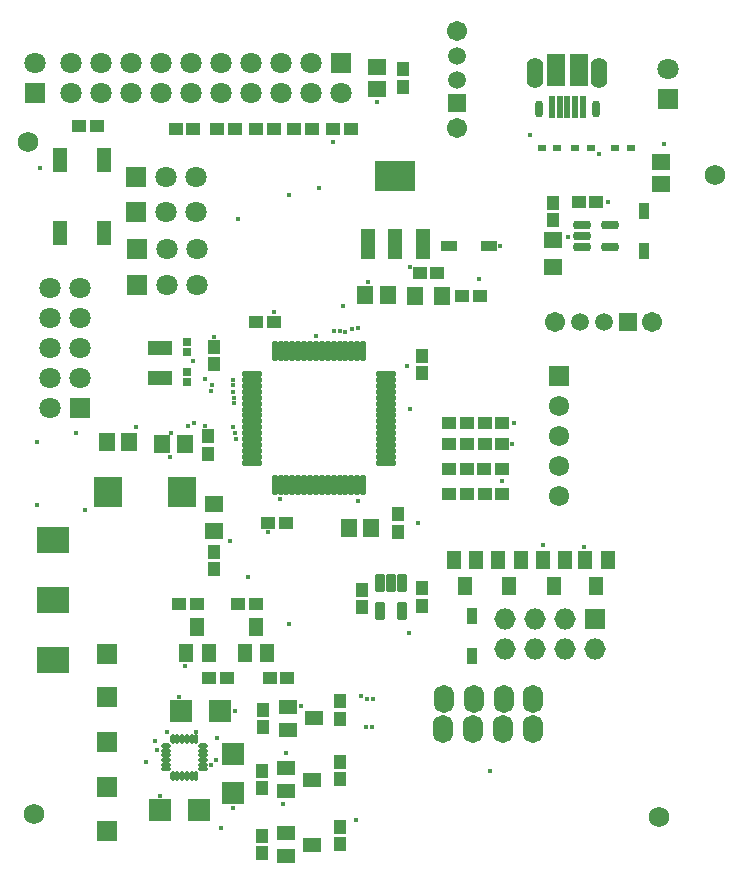
<source format=gts>
G04*
G04 #@! TF.GenerationSoftware,Altium Limited,Altium Designer,20.2.5 (213)*
G04*
G04 Layer_Color=8388736*
%FSLAX44Y44*%
%MOMM*%
G71*
G04*
G04 #@! TF.SameCoordinates,CBCE1813-5DC1-42ED-B67B-6F9CDEC3D03C*
G04*
G04*
G04 #@! TF.FilePolarity,Negative*
G04*
G01*
G75*
%ADD47R,1.1524X1.1024*%
%ADD48R,1.1024X1.1524*%
%ADD49R,1.9032X1.9032*%
%ADD50R,1.9032X1.9032*%
G04:AMPARAMS|DCode=51|XSize=0.8432mm|YSize=0.4232mm|CornerRadius=0.1291mm|HoleSize=0mm|Usage=FLASHONLY|Rotation=90.000|XOffset=0mm|YOffset=0mm|HoleType=Round|Shape=RoundedRectangle|*
%AMROUNDEDRECTD51*
21,1,0.8432,0.1650,0,0,90.0*
21,1,0.5850,0.4232,0,0,90.0*
1,1,0.2582,0.0825,0.2925*
1,1,0.2582,0.0825,-0.2925*
1,1,0.2582,-0.0825,-0.2925*
1,1,0.2582,-0.0825,0.2925*
%
%ADD51ROUNDEDRECTD51*%
G04:AMPARAMS|DCode=52|XSize=0.8432mm|YSize=0.4232mm|CornerRadius=0.1291mm|HoleSize=0mm|Usage=FLASHONLY|Rotation=180.000|XOffset=0mm|YOffset=0mm|HoleType=Round|Shape=RoundedRectangle|*
%AMROUNDEDRECTD52*
21,1,0.8432,0.1650,0,0,180.0*
21,1,0.5850,0.4232,0,0,180.0*
1,1,0.2582,-0.2925,0.0825*
1,1,0.2582,0.2925,0.0825*
1,1,0.2582,0.2925,-0.0825*
1,1,0.2582,-0.2925,-0.0825*
%
%ADD52ROUNDEDRECTD52*%
%ADD53R,1.2032X1.6032*%
%ADD54R,1.6032X1.2032*%
G04:AMPARAMS|DCode=55|XSize=1.7632mm|YSize=0.4832mm|CornerRadius=0.1716mm|HoleSize=0mm|Usage=FLASHONLY|Rotation=0.000|XOffset=0mm|YOffset=0mm|HoleType=Round|Shape=RoundedRectangle|*
%AMROUNDEDRECTD55*
21,1,1.7632,0.1400,0,0,0.0*
21,1,1.4200,0.4832,0,0,0.0*
1,1,0.3432,0.7100,-0.0700*
1,1,0.3432,-0.7100,-0.0700*
1,1,0.3432,-0.7100,0.0700*
1,1,0.3432,0.7100,0.0700*
%
%ADD55ROUNDEDRECTD55*%
G04:AMPARAMS|DCode=56|XSize=1.7632mm|YSize=0.4832mm|CornerRadius=0.1716mm|HoleSize=0mm|Usage=FLASHONLY|Rotation=270.000|XOffset=0mm|YOffset=0mm|HoleType=Round|Shape=RoundedRectangle|*
%AMROUNDEDRECTD56*
21,1,1.7632,0.1400,0,0,270.0*
21,1,1.4200,0.4832,0,0,270.0*
1,1,0.3432,-0.0700,-0.7100*
1,1,0.3432,-0.0700,0.7100*
1,1,0.3432,0.0700,0.7100*
1,1,0.3432,0.0700,-0.7100*
%
%ADD56ROUNDEDRECTD56*%
%ADD57R,0.9332X1.4132*%
%ADD58R,2.0032X1.2032*%
%ADD59R,1.4032X1.6032*%
%ADD60R,1.4732X1.6002*%
G04:AMPARAMS|DCode=61|XSize=0.7932mm|YSize=1.5732mm|CornerRadius=0.1459mm|HoleSize=0mm|Usage=FLASHONLY|Rotation=180.000|XOffset=0mm|YOffset=0mm|HoleType=Round|Shape=RoundedRectangle|*
%AMROUNDEDRECTD61*
21,1,0.7932,1.2815,0,0,180.0*
21,1,0.5015,1.5732,0,0,180.0*
1,1,0.2917,-0.2508,0.6408*
1,1,0.2917,0.2508,0.6408*
1,1,0.2917,0.2508,-0.6408*
1,1,0.2917,-0.2508,-0.6408*
%
%ADD61ROUNDEDRECTD61*%
%ADD62R,1.6282X2.7032*%
%ADD63R,0.6032X1.9532*%
%ADD64R,0.6832X0.6032*%
%ADD65R,1.6032X1.4032*%
G04:AMPARAMS|DCode=66|XSize=1.4432mm|YSize=0.7532mm|CornerRadius=0.2391mm|HoleSize=0mm|Usage=FLASHONLY|Rotation=0.000|XOffset=0mm|YOffset=0mm|HoleType=Round|Shape=RoundedRectangle|*
%AMROUNDEDRECTD66*
21,1,1.4432,0.2750,0,0,0.0*
21,1,0.9650,0.7532,0,0,0.0*
1,1,0.4782,0.4825,-0.1375*
1,1,0.4782,-0.4825,-0.1375*
1,1,0.4782,-0.4825,0.1375*
1,1,0.4782,0.4825,0.1375*
%
%ADD66ROUNDEDRECTD66*%
%ADD67R,1.6002X1.4732*%
%ADD68R,1.4132X0.9332*%
%ADD69R,3.5032X2.6032*%
%ADD70R,1.2032X2.6032*%
%ADD71R,2.4032X2.6032*%
%ADD72R,0.8032X0.7432*%
%ADD73R,1.3032X2.0032*%
%ADD74O,1.7272X2.3876*%
%ADD75C,1.7272*%
%ADD76R,1.8032X1.8032*%
%ADD77R,1.7232X1.7232*%
%ADD78C,1.7232*%
%ADD79R,2.7032X2.2032*%
%ADD80O,1.4032X2.6032*%
%ADD81O,0.7300X1.4600*%
%ADD82R,1.5112X1.5112*%
%ADD83C,1.5112*%
%ADD84C,1.7032*%
%ADD85R,1.5112X1.5112*%
%ADD86C,1.8032*%
%ADD87O,1.8132X1.8032*%
%ADD88R,1.8132X1.8032*%
%ADD89R,1.8032X1.8032*%
%ADD90C,0.4032*%
D47*
X372481Y356278D02*
D03*
X387481D02*
D03*
X372648Y335073D02*
D03*
X387648D02*
D03*
X179190Y480060D02*
D03*
X194190D02*
D03*
X29450Y646430D02*
D03*
X44450D02*
D03*
X139616Y179070D02*
D03*
X154616D02*
D03*
X190620D02*
D03*
X205620D02*
D03*
X129344Y241300D02*
D03*
X114344D02*
D03*
X178950D02*
D03*
X163950D02*
D03*
X342940Y334823D02*
D03*
X357941D02*
D03*
X342607Y356362D02*
D03*
X357607D02*
D03*
X342900Y377190D02*
D03*
X357900D02*
D03*
X387661Y376982D02*
D03*
X372661D02*
D03*
X342900Y394970D02*
D03*
X357900D02*
D03*
X387662Y394834D02*
D03*
X372662D02*
D03*
X332740Y521970D02*
D03*
X317740D02*
D03*
X353906Y502798D02*
D03*
X368906D02*
D03*
X467240Y581660D02*
D03*
X452240D02*
D03*
X194080Y643890D02*
D03*
X179080D02*
D03*
X244252D02*
D03*
X259252D02*
D03*
X211240D02*
D03*
X226240D02*
D03*
X146170D02*
D03*
X161170D02*
D03*
X111144D02*
D03*
X126144D02*
D03*
X189350Y309880D02*
D03*
X204350D02*
D03*
D48*
X320040Y451880D02*
D03*
Y436880D02*
D03*
X184129Y30419D02*
D03*
Y45419D02*
D03*
Y85528D02*
D03*
Y100528D02*
D03*
X185420Y137280D02*
D03*
Y152280D02*
D03*
X250169Y38243D02*
D03*
Y53243D02*
D03*
Y93148D02*
D03*
Y108148D02*
D03*
Y144562D02*
D03*
Y159562D02*
D03*
X143510Y285939D02*
D03*
Y270939D02*
D03*
X269240Y253880D02*
D03*
Y238880D02*
D03*
X320040Y255150D02*
D03*
Y240150D02*
D03*
X430530Y566540D02*
D03*
Y581540D02*
D03*
X299039Y302938D02*
D03*
Y317938D02*
D03*
X303530Y679570D02*
D03*
Y694570D02*
D03*
X143510Y459500D02*
D03*
Y444500D02*
D03*
X138430Y383540D02*
D03*
Y368540D02*
D03*
D49*
X130810Y67310D02*
D03*
X97810D02*
D03*
X148580Y151130D02*
D03*
X115580D02*
D03*
D50*
X160020Y114290D02*
D03*
Y81290D02*
D03*
D51*
X108650Y96100D02*
D03*
X112650D02*
D03*
X116650D02*
D03*
X120650D02*
D03*
X124650D02*
D03*
X128650D02*
D03*
Y127000D02*
D03*
X124650D02*
D03*
X120650D02*
D03*
X116650D02*
D03*
X112650D02*
D03*
X108650D02*
D03*
D52*
X134100Y101550D02*
D03*
Y105550D02*
D03*
Y109550D02*
D03*
Y113550D02*
D03*
Y117550D02*
D03*
Y121550D02*
D03*
X103200D02*
D03*
Y117550D02*
D03*
Y113550D02*
D03*
Y109550D02*
D03*
Y105550D02*
D03*
Y101550D02*
D03*
D53*
X129465Y222250D02*
D03*
X138965Y200250D02*
D03*
X119965D02*
D03*
X179070Y222250D02*
D03*
X188570Y200250D02*
D03*
X169570D02*
D03*
X467360Y256970D02*
D03*
X457860Y278970D02*
D03*
X476860D02*
D03*
X431646Y256970D02*
D03*
X422146Y278970D02*
D03*
X441146D02*
D03*
X393616Y256970D02*
D03*
X384116Y278970D02*
D03*
X403116D02*
D03*
X356146Y256970D02*
D03*
X346646Y278970D02*
D03*
X365646D02*
D03*
D54*
X228170Y144780D02*
D03*
X206170Y135280D02*
D03*
Y154280D02*
D03*
X226879Y37919D02*
D03*
X204879Y28419D02*
D03*
Y47419D02*
D03*
X226879Y93012D02*
D03*
X204879Y83512D02*
D03*
Y102512D02*
D03*
D55*
X289210Y436280D02*
D03*
Y431280D02*
D03*
Y426280D02*
D03*
Y421280D02*
D03*
Y416280D02*
D03*
Y411280D02*
D03*
Y406280D02*
D03*
Y401280D02*
D03*
Y396280D02*
D03*
Y391280D02*
D03*
Y386280D02*
D03*
Y381280D02*
D03*
Y376280D02*
D03*
Y371280D02*
D03*
Y366280D02*
D03*
Y361280D02*
D03*
X175610D02*
D03*
Y366280D02*
D03*
Y371280D02*
D03*
Y376280D02*
D03*
Y381280D02*
D03*
Y386280D02*
D03*
Y391280D02*
D03*
Y396280D02*
D03*
Y401280D02*
D03*
Y406280D02*
D03*
Y411280D02*
D03*
Y416280D02*
D03*
Y421280D02*
D03*
Y426280D02*
D03*
Y431280D02*
D03*
Y436280D02*
D03*
D56*
X269910Y341980D02*
D03*
X264910D02*
D03*
X259910D02*
D03*
X254910D02*
D03*
X249910D02*
D03*
X244910D02*
D03*
X239910D02*
D03*
X234910D02*
D03*
X229910D02*
D03*
X224910D02*
D03*
X219910D02*
D03*
X214910D02*
D03*
X209910D02*
D03*
X204910D02*
D03*
X199910D02*
D03*
X194910D02*
D03*
Y455580D02*
D03*
X199910D02*
D03*
X204910D02*
D03*
X209910D02*
D03*
X214910D02*
D03*
X219910D02*
D03*
X224910D02*
D03*
X229910D02*
D03*
X234910D02*
D03*
X239910D02*
D03*
X244910D02*
D03*
X249910D02*
D03*
X254910D02*
D03*
X259910D02*
D03*
X264910D02*
D03*
X269910D02*
D03*
D57*
X361950Y231430D02*
D03*
Y197830D02*
D03*
X508000Y574330D02*
D03*
Y540730D02*
D03*
D58*
X97790Y433070D02*
D03*
Y458070D02*
D03*
D59*
X290690Y503540D02*
D03*
X271690D02*
D03*
X52774Y378426D02*
D03*
X71774D02*
D03*
X118676Y377224D02*
D03*
X99676D02*
D03*
X257810Y306070D02*
D03*
X276810D02*
D03*
D60*
X336864Y502798D02*
D03*
X314004D02*
D03*
D61*
X302870Y259400D02*
D03*
X293370D02*
D03*
X283870D02*
D03*
Y235900D02*
D03*
X302870D02*
D03*
D62*
X433025Y693380D02*
D03*
X452275D02*
D03*
D63*
X429650Y662630D02*
D03*
X436150D02*
D03*
X442650D02*
D03*
X449150D02*
D03*
X455650D02*
D03*
D64*
X421140Y627380D02*
D03*
X434340D02*
D03*
X462780D02*
D03*
X449580D02*
D03*
X496508D02*
D03*
X483308D02*
D03*
D65*
X521970Y596900D02*
D03*
Y615900D02*
D03*
X281906Y696526D02*
D03*
Y677526D02*
D03*
D66*
X455590Y562610D02*
D03*
Y553110D02*
D03*
Y543610D02*
D03*
X478790D02*
D03*
Y562610D02*
D03*
D67*
X143510Y326390D02*
D03*
Y303530D02*
D03*
X430530Y527050D02*
D03*
Y549910D02*
D03*
D68*
X376500Y544830D02*
D03*
X342900D02*
D03*
D69*
X297180Y604310D02*
D03*
D70*
X320180Y546310D02*
D03*
X297180D02*
D03*
X274180D02*
D03*
D71*
X116590Y336550D02*
D03*
X53590D02*
D03*
D72*
X120650Y429344D02*
D03*
Y437984D02*
D03*
X120650Y463577D02*
D03*
Y454937D02*
D03*
D73*
X50250Y617740D02*
D03*
Y555740D02*
D03*
X13250Y617740D02*
D03*
Y555740D02*
D03*
D74*
X413893Y161290D02*
D03*
X388747D02*
D03*
X363601D02*
D03*
X337947D02*
D03*
X337693Y135890D02*
D03*
X363220D02*
D03*
X388493D02*
D03*
X413893D02*
D03*
D75*
X-13970Y632460D02*
D03*
X-8890Y63500D02*
D03*
X567690Y604520D02*
D03*
X520700Y60960D02*
D03*
D76*
X53340Y49530D02*
D03*
Y86360D02*
D03*
Y124460D02*
D03*
Y162560D02*
D03*
Y199390D02*
D03*
X528320Y669290D02*
D03*
X30480Y407670D02*
D03*
X-7620Y674370D02*
D03*
D77*
X435610Y434340D02*
D03*
D78*
Y408940D02*
D03*
Y383540D02*
D03*
Y358140D02*
D03*
Y332740D02*
D03*
D79*
X7620Y245110D02*
D03*
Y194310D02*
D03*
Y296037D02*
D03*
D80*
X415400Y690880D02*
D03*
X469900D02*
D03*
D81*
X418400Y660580D02*
D03*
X466900D02*
D03*
D82*
X493710Y480060D02*
D03*
D83*
X473710D02*
D03*
X453710D02*
D03*
X349250Y705480D02*
D03*
Y685480D02*
D03*
D84*
X514710Y480060D02*
D03*
X432710D02*
D03*
X349250Y726480D02*
D03*
Y644480D02*
D03*
D85*
Y665480D02*
D03*
D86*
X528320Y694690D02*
D03*
X5080Y407670D02*
D03*
Y433070D02*
D03*
Y458470D02*
D03*
Y483870D02*
D03*
Y509270D02*
D03*
X30480D02*
D03*
Y483870D02*
D03*
Y458470D02*
D03*
Y433070D02*
D03*
X226060Y699770D02*
D03*
X200660D02*
D03*
X175260D02*
D03*
X149860D02*
D03*
X124460D02*
D03*
X99060D02*
D03*
X73660D02*
D03*
X48260D02*
D03*
X22860D02*
D03*
Y674370D02*
D03*
X48260D02*
D03*
X73660D02*
D03*
X99060D02*
D03*
X124460D02*
D03*
X149860D02*
D03*
X175260D02*
D03*
X200660D02*
D03*
X226060D02*
D03*
X251460D02*
D03*
X129030Y511556D02*
D03*
X103630D02*
D03*
X129030Y542122D02*
D03*
X103630D02*
D03*
X128542Y573249D02*
D03*
X103142D02*
D03*
X128270Y603250D02*
D03*
X102870D02*
D03*
X-7620Y699770D02*
D03*
D87*
X466090Y203200D02*
D03*
X440690D02*
D03*
X415290D02*
D03*
X389890D02*
D03*
Y228600D02*
D03*
X415290D02*
D03*
X440690D02*
D03*
D88*
X466090D02*
D03*
D89*
X251460Y699770D02*
D03*
X78230Y511556D02*
D03*
Y542122D02*
D03*
X77742Y573249D02*
D03*
X77470Y603250D02*
D03*
D90*
X386080Y544830D02*
D03*
X281940Y666750D02*
D03*
X107532Y386080D02*
D03*
X106680Y365760D02*
D03*
X77470Y391160D02*
D03*
X26670Y386080D02*
D03*
X-6350Y378460D02*
D03*
X121920Y392430D02*
D03*
X125730Y447040D02*
D03*
X143510Y467360D02*
D03*
X194310Y488950D02*
D03*
X316230Y309880D02*
D03*
X273050Y161290D02*
D03*
X267970Y163830D02*
D03*
X278130Y161290D02*
D03*
X277170Y137160D02*
D03*
X272570D02*
D03*
X264160Y58420D02*
D03*
X157480Y294640D02*
D03*
X172720Y264160D02*
D03*
X204470Y115570D02*
D03*
X128270Y133350D02*
D03*
X140970Y105410D02*
D03*
X95250Y118110D02*
D03*
X104140Y133350D02*
D03*
X217170Y154940D02*
D03*
X265430Y328930D02*
D03*
X199510Y330200D02*
D03*
X135890Y392430D02*
D03*
X162560Y381000D02*
D03*
X307340Y443230D02*
D03*
X443230Y552450D02*
D03*
X524510Y631190D02*
D03*
X309880Y527149D02*
D03*
X274320Y514100D02*
D03*
X368300Y516890D02*
D03*
X232410Y593610D02*
D03*
X207010Y588010D02*
D03*
X-6350Y325120D02*
D03*
X34290Y321310D02*
D03*
X-3810Y610870D02*
D03*
X411480Y638810D02*
D03*
X469900Y622300D02*
D03*
X477520Y581660D02*
D03*
X422146Y291336D02*
D03*
X457200Y289560D02*
D03*
X387350Y345440D02*
D03*
X396240Y377190D02*
D03*
X397510Y394970D02*
D03*
X308610Y217170D02*
D03*
X189230Y302260D02*
D03*
X97790Y78740D02*
D03*
X160020Y68580D02*
D03*
X114300Y162560D02*
D03*
X119380Y189230D02*
D03*
X149860Y52070D02*
D03*
X161290Y151130D02*
D03*
X145415Y109855D02*
D03*
X201930Y72390D02*
D03*
X86360Y107950D02*
D03*
X93980Y125730D02*
D03*
X145886Y128117D02*
D03*
X377190Y100330D02*
D03*
X207010Y224790D02*
D03*
X309880Y406400D02*
D03*
X253040Y494167D02*
D03*
X160020Y391160D02*
D03*
X161290Y386080D02*
D03*
X265430Y474980D02*
D03*
X245110Y472440D02*
D03*
X260130Y474760D02*
D03*
X254910Y472080D02*
D03*
X249910Y472440D02*
D03*
X163830Y567690D02*
D03*
X127000Y394970D02*
D03*
X160531Y411591D02*
D03*
X160300Y416280D02*
D03*
X159540Y431320D02*
D03*
X140970Y421640D02*
D03*
X142240Y426720D02*
D03*
X159660Y421280D02*
D03*
X160060Y426680D02*
D03*
X136208Y432118D02*
D03*
X229870Y468630D02*
D03*
X244200Y632821D02*
D03*
M02*

</source>
